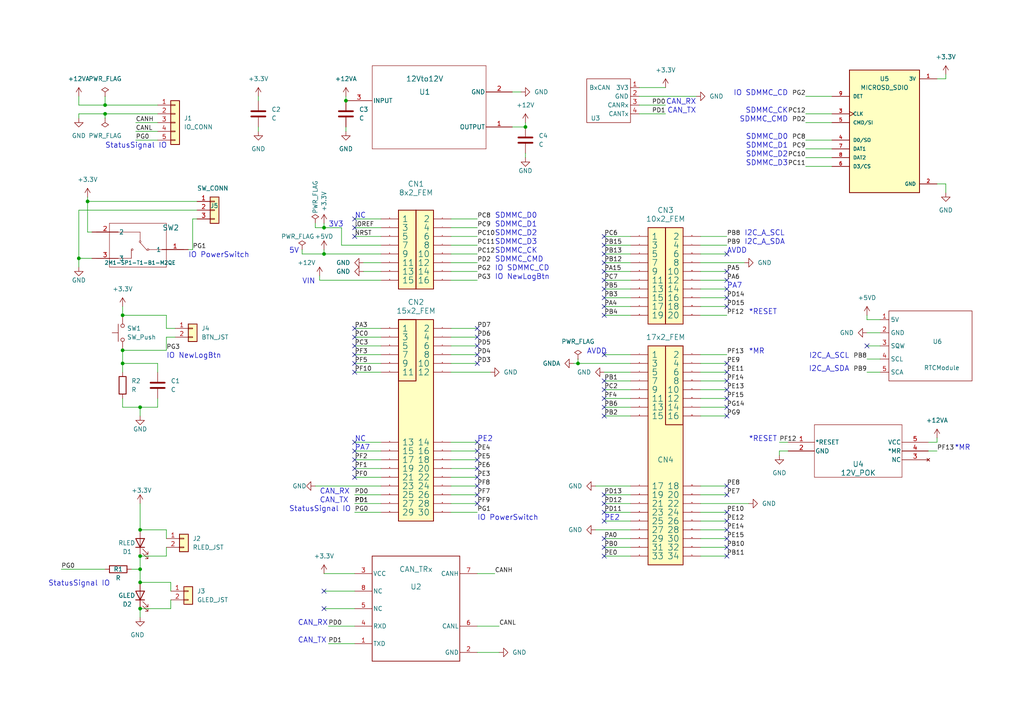
<source format=kicad_sch>
(kicad_sch (version 20230121) (generator eeschema)
  (paper "A4")
  (title_block (title "ENGS 90 CAN Logger PCB") (date "2024-02-12") (rev "1"))
  (lib_symbols
    (symbol "CANRxLib:2M1-SP1-T1-B1-M2QE" (pin_names (offset 0.254))
      (property "Reference" "SW" (at 20.32 10.16 0))
      (property "Value" "2M1-SP1-T1-B1-M2QE" (at 20.32 7.62 0))
      (symbol "2M1-SP1-T1-B1-M2QE_1_1"
        (pin output line (at 6.35 0 0) (length 7.62) (name "1") (number "1"))
        (pin input line (at 34.29 -5.08 180) (length 7.62) (name "2") (number "2"))
        (pin input line (at 34.29 2.54 180) (length 7.62) (name "3") (number "3"))
      )
    )
    (symbol "CANRxLib:BxCAN"
      (property "Reference" "U" (at -5.08 -7.62 0))
      (property "Value" "BxCAN" (at -2.54 1.27 0))
      (symbol "BxCAN_1_1"
        (pin power_in line (at 8.89 1.27 180) (length 2.54) (name "3V3") (number "1"))
        (pin power_in line (at 8.89 -1.27 180) (length 2.54) (name "GND") (number "2"))
        (pin passive line (at 8.89 -3.81 180) (length 2.54) (name "CANRx") (number "3"))
        (pin passive line (at 8.89 -6.35 180) (length 2.54) (name "CANTx") (number "4"))
      )
    )
    (symbol "CANRxLib:LM2940T-5.0_NOPB" (pin_names (offset 0.254))
      (property "Reference" "U" (at 30.48 -1.27 0))
      (property "Value" "LM2940T-5.0/NOPB" (at 30.48 6.35 0))
      (symbol "LM2940T-5.0_NOPB_0_1"
        (pin power_in line (at 55.88 2.54 180) (length 7.62) (name "GND") (number "2"))
      )
      (symbol "LM2940T-5.0_NOPB_1_1"
        (pin power_out line (at 55.88 -7.62 180) (length 7.62) (name "OUTPUT") (number "1"))
        (pin power_in line (at 7.62 0 0) (length 7.62) (name "INPUT") (number "3"))
      )
    )
    (symbol "CANRxLib:MICROSD_SPI_OR_SDIO_CARD" (pin_names (offset 1.016))
      (property "Reference" "U" (at -10.16 18.542 0))
      (property "Value" "MICROSD_SPI_OR_SDIO_CARD" (at -10.16 -20.32 0))
      (symbol "MICROSD_SPI_OR_SDIO_CARD_0_0"
        (pin power_in line (at 15.24 -15.24 180) (length 5.08) (name "GND") (number "2"))
        (pin input clock (at -15.24 5.08 0) (length 5.08) (name "CLK") (number "3"))
        (pin bidirectional line (at -15.24 -2.54 0) (length 5.08) (name "D0/SO") (number "4"))
        (pin bidirectional line (at -15.24 2.54 0) (length 5.08) (name "CMD/SI") (number "5"))
        (pin bidirectional line (at -15.24 -10.16 0) (length 5.08) (name "D3/CS") (number "6"))
        (pin bidirectional line (at -15.24 -5.08 0) (length 5.08) (name "DAT1") (number "7"))
        (pin bidirectional line (at -15.24 -7.62 0) (length 5.08) (name "DAT2") (number "8"))
        (pin input line (at -15.24 10.16 0) (length 5.08) (name "DET") (number "9"))
      )
      (symbol "MICROSD_SPI_OR_SDIO_CARD_1_0"
        (pin power_in line (at 15.24 15.24 180) (length 5.08) (name "3V") (number "1"))
      )
    )
    (symbol "CANRxLib:RTCModule"
      (property "Reference" "U" (at -3.81 -12.7 0))
      (property "Value" "RTCModule" (at -3.81 11.43 0))
      (symbol "RTCModule_1_1"
        (pin power_in line (at -16.51 6.35 0) (length 2.54) (name "5V") (number "1"))
        (pin power_in line (at -16.51 2.54 0) (length 2.54) (name "GND") (number "2"))
        (pin output line (at -16.51 -1.27 0) (length 2.54) (name "SQW") (number "3"))
        (pin input line (at -16.51 -5.08 0) (length 2.54) (name "SCL") (number "4"))
        (pin bidirectional line (at -16.51 -8.89 0) (length 2.54) (name "SCA") (number "5"))
      )
    )
    (symbol "CANRxLib:TCAN332D" (pin_names (offset 0.254))
      (property "Reference" "U" (at 0 2.54 0))
      (property "Value" "TCAN332D" (at 0 6.35 0))
      (symbol "TCAN332D_0_1"
        (pin input line (at -17.78 -10.16 0) (length 5.08) (name "TXD") (number "1"))
        (pin power_in line (at 17.78 -12.7 180) (length 5.08) (name "GND") (number "2"))
        (pin power_in line (at -17.78 10.16 0) (length 5.08) (name "VCC") (number "3"))
        (pin output line (at -17.78 -5.08 0) (length 5.08) (name "RXD") (number "4"))
        (pin unspecified line (at -17.78 0 0) (length 5.08) (name "NC") (number "5"))
        (pin bidirectional line (at 17.78 -5.08 180) (length 5.08) (name "CANL") (number "6"))
        (pin bidirectional line (at 17.78 10.16 180) (length 5.08) (name "CANH") (number "7"))
        (pin unspecified line (at -17.78 5.08 0) (length 5.08) (name "NC") (number "8"))
      )
    )
    (symbol "CANRxLib:TPS3847085DBVT" (pin_names (offset 0.254))
      (property "Reference" "U" (at 20.32 10.16 0))
      (property "Value" "TPS3847085DBVT" (at 20.32 7.62 0))
      (symbol "TPS3847085DBVT_0_1"
        (pin output line (at 0 0 0) (length 7.62) (name "*RESET") (number "1"))
        (pin power_in line (at 0 -2.54 0) (length 7.62) (name "GND") (number "2"))
        (pin no_connect line (at 40.64 -5.08 180) (length 7.62) (name "NC") (number "3"))
        (pin input line (at 40.64 -2.54 180) (length 7.62) (name "*MR") (number "4"))
        (pin power_in line (at 40.64 0 180) (length 7.62) (name "VCC") (number "5"))
      )
    )
    (symbol "Connector_Generic:Conn_01x02" (pin_names (offset 1.016) hide)
      (property "Reference" "J" (at 0 2.54 0))
      (property "Value" "Conn_01x02" (at 0 -5.08 0))
      (symbol "Conn_01x02_1_1"
        (pin passive line (at -5.08 0 0) (length 3.81) (name "Pin_1") (number "1"))
        (pin passive line (at -5.08 -2.54 0) (length 3.81) (name "Pin_2") (number "2"))
      )
    )
    (symbol "Connector_Generic:Conn_01x03" (pin_names (offset 1.016) hide)
      (property "Reference" "J" (at 0 5.08 0))
      (property "Value" "Conn_01x03" (at 0 -5.08 0))
      (symbol "Conn_01x03_1_1"
        (pin passive line (at -5.08 2.54 0) (length 3.81) (name "Pin_1") (number "1"))
        (pin passive line (at -5.08 0 0) (length 3.81) (name "Pin_2") (number "2"))
        (pin passive line (at -5.08 -2.54 0) (length 3.81) (name "Pin_3") (number "3"))
      )
    )
    (symbol "Connector_Generic:Conn_01x05" (pin_names (offset 1.016) hide)
      (property "Reference" "J" (at 0 7.62 0))
      (property "Value" "Conn_01x05" (at 0 -7.62 0))
      (symbol "Conn_01x05_1_1"
        (pin passive line (at -5.08 5.08 0) (length 3.81) (name "Pin_1") (number "1"))
        (pin passive line (at -5.08 2.54 0) (length 3.81) (name "Pin_2") (number "2"))
        (pin passive line (at -5.08 0 0) (length 3.81) (name "Pin_3") (number "3"))
        (pin passive line (at -5.08 -2.54 0) (length 3.81) (name "Pin_4") (number "4"))
        (pin passive line (at -5.08 -5.08 0) (length 3.81) (name "Pin_5") (number "5"))
      )
    )
    (symbol "Device:C" (pin_numbers hide) (pin_names (offset 0.254))
      (property "Reference" "C" (at 0.635 2.54 0))
      (property "Value" "C" (at 0.635 -2.54 0))
      (symbol "C_1_1"
        (pin passive line (at 0 3.81 270) (length 2.794) (name "~") (number "1"))
        (pin passive line (at 0 -3.81 90) (length 2.794) (name "~") (number "2"))
      )
    )
    (symbol "Device:LED" (pin_numbers hide) (pin_names (offset 1.016) hide)
      (property "Reference" "D" (at 0 2.54 0))
      (property "Value" "LED" (at 0 -2.54 0))
      (symbol "LED_1_1"
        (pin passive line (at -3.81 0 0) (length 2.54) (name "K") (number "1"))
        (pin passive line (at 3.81 0 180) (length 2.54) (name "A") (number "2"))
      )
    )
    (symbol "Device:R" (pin_numbers hide) (pin_names (offset 0))
      (property "Reference" "R" (at 2.032 0 90))
      (property "Value" "R" (at 0 0 90))
      (symbol "R_1_1"
        (pin passive line (at 0 3.81 270) (length 1.27) (name "~") (number "1"))
        (pin passive line (at 0 -3.81 90) (length 1.27) (name "~") (number "2"))
      )
    )
    (symbol "STM32Connectors:Header_10X2_Female-" (pin_names (offset 1.016))
      (property "Reference" "CN" (at 0 0 0))
      (property "Value" "Header_10X2_Female" (at 0 -30.48 0))
      (symbol "Header_10X2_Female-_0_1"
        (pin passive line (at -5.08 -2.54 0) (length 5.08) (name "1") (number "1"))
        (pin passive line (at 15.24 -12.7 180) (length 5.08) (name "10") (number "10"))
        (pin passive line (at -5.08 -15.24 0) (length 5.08) (name "11") (number "11"))
        (pin passive line (at 15.24 -15.24 180) (length 5.08) (name "12") (number "12"))
        (pin passive line (at -5.08 -17.78 0) (length 5.08) (name "13") (number "13"))
        (pin passive line (at 15.24 -17.78 180) (length 5.08) (name "14") (number "14"))
        (pin passive line (at -5.08 -20.32 0) (length 5.08) (name "15") (number "15"))
        (pin passive line (at 15.24 -20.32 180) (length 5.08) (name "16") (number "16"))
        (pin passive line (at -5.08 -22.86 0) (length 5.08) (name "17") (number "17"))
        (pin passive line (at 15.24 -22.86 180) (length 5.08) (name "18") (number "18"))
        (pin passive line (at -5.08 -25.4 0) (length 5.08) (name "19") (number "19"))
        (pin passive line (at 15.24 -2.54 180) (length 5.08) (name "2") (number "2"))
        (pin passive line (at 15.24 -25.4 180) (length 5.08) (name "20") (number "20"))
        (pin passive line (at -5.08 -5.08 0) (length 5.08) (name "3") (number "3"))
        (pin passive line (at 15.24 -5.08 180) (length 5.08) (name "4") (number "4"))
        (pin passive line (at -5.08 -7.62 0) (length 5.08) (name "5") (number "5"))
        (pin passive line (at 15.24 -7.62 180) (length 5.08) (name "6") (number "6"))
        (pin passive line (at -5.08 -10.16 0) (length 5.08) (name "7") (number "7"))
        (pin passive line (at 15.24 -10.16 180) (length 5.08) (name "8") (number "8"))
        (pin passive line (at -5.08 -12.7 0) (length 5.08) (name "9") (number "9"))
      )
    )
    (symbol "STM32Connectors:Header_15X2_Female-" (pin_names (offset 1.016))
      (property "Reference" "CN" (at 0 0 0))
      (property "Value" "Header_15X2_Female" (at 0 -60.96 0))
      (symbol "Header_15X2_Female-_0_1"
        (pin passive line (at -5.08 -2.54 0) (length 5.08) (name "1") (number "1"))
        (pin passive line (at 15.24 -12.7 180) (length 5.08) (name "10") (number "10"))
        (pin passive line (at -5.08 -15.24 0) (length 5.08) (name "11") (number "11"))
        (pin passive line (at 15.24 -15.24 180) (length 5.08) (name "12") (number "12"))
        (pin passive line (at -5.08 -35.56 0) (length 5.08) (name "13") (number "13"))
        (pin passive line (at 15.24 -35.56 180) (length 5.08) (name "14") (number "14"))
        (pin passive line (at -5.08 -38.1 0) (length 5.08) (name "15") (number "15"))
        (pin passive line (at 15.24 -38.1 180) (length 5.08) (name "16") (number "16"))
        (pin passive line (at -5.08 -40.64 0) (length 5.08) (name "17") (number "17"))
        (pin passive line (at 15.24 -40.64 180) (length 5.08) (name "18") (number "18"))
        (pin passive line (at -5.08 -43.18 0) (length 5.08) (name "19") (number "19"))
        (pin passive line (at 15.24 -2.54 180) (length 5.08) (name "2") (number "2"))
        (pin passive line (at 15.24 -43.18 180) (length 5.08) (name "20") (number "20"))
        (pin passive line (at -5.08 -45.72 0) (length 5.08) (name "21") (number "21"))
        (pin passive line (at 15.24 -45.72 180) (length 5.08) (name "22") (number "22"))
        (pin passive line (at -5.08 -48.26 0) (length 5.08) (name "23") (number "23"))
        (pin passive line (at 15.24 -48.26 180) (length 5.08) (name "24") (number "24"))
        (pin passive line (at -5.08 -50.8 0) (length 5.08) (name "25") (number "25"))
        (pin passive line (at 15.24 -50.8 180) (length 5.08) (name "26") (number "26"))
        (pin passive line (at -5.08 -53.34 0) (length 5.08) (name "27") (number "27"))
        (pin passive line (at 15.24 -53.34 180) (length 5.08) (name "28") (number "28"))
        (pin passive line (at -5.08 -55.88 0) (length 5.08) (name "29") (number "29"))
        (pin passive line (at -5.08 -5.08 0) (length 5.08) (name "3") (number "3"))
        (pin passive line (at 15.24 -55.88 180) (length 5.08) (name "30") (number "30"))
        (pin passive line (at 15.24 -5.08 180) (length 5.08) (name "4") (number "4"))
        (pin passive line (at -5.08 -7.62 0) (length 5.08) (name "5") (number "5"))
        (pin passive line (at 15.24 -7.62 180) (length 5.08) (name "6") (number "6"))
        (pin passive line (at -5.08 -10.16 0) (length 5.08) (name "7") (number "7"))
        (pin passive line (at 15.24 -10.16 180) (length 5.08) (name "8") (number "8"))
        (pin passive line (at -5.08 -12.7 0) (length 5.08) (name "9") (number "9"))
      )
    )
    (symbol "STM32Connectors:Header_17X2_Female-" (pin_names (offset 1.016))
      (property "Reference" "CN" (at 0 0 0))
      (property "Value" "Header_17X2_Female" (at 0 -66.04 0))
      (symbol "Header_17X2_Female-_0_1"
        (pin passive line (at -5.08 -2.54 0) (length 5.08) (name "1") (number "1"))
        (pin passive line (at 15.24 -12.7 180) (length 5.08) (name "10") (number "10"))
        (pin passive line (at -5.08 -15.24 0) (length 5.08) (name "11") (number "11"))
        (pin passive line (at 15.24 -15.24 180) (length 5.08) (name "12") (number "12"))
        (pin passive line (at -5.08 -17.78 0) (length 5.08) (name "13") (number "13"))
        (pin passive line (at 15.24 -17.78 180) (length 5.08) (name "14") (number "14"))
        (pin passive line (at -5.08 -20.32 0) (length 5.08) (name "15") (number "15"))
        (pin passive line (at 15.24 -20.32 180) (length 5.08) (name "16") (number "16"))
        (pin passive line (at -5.08 -40.64 0) (length 5.08) (name "17") (number "17"))
        (pin passive line (at 15.24 -40.64 180) (length 5.08) (name "18") (number "18"))
        (pin passive line (at -5.08 -43.18 0) (length 5.08) (name "19") (number "19"))
        (pin passive line (at 15.24 -2.54 180) (length 5.08) (name "2") (number "2"))
        (pin passive line (at 15.24 -43.18 180) (length 5.08) (name "20") (number "20"))
        (pin passive line (at -5.08 -45.72 0) (length 5.08) (name "21") (number "21"))
        (pin passive line (at 15.24 -45.72 180) (length 5.08) (name "22") (number "22"))
        (pin passive line (at -5.08 -48.26 0) (length 5.08) (name "23") (number "23"))
        (pin passive line (at 15.24 -48.26 180) (length 5.08) (name "24") (number "24"))
        (pin passive line (at -5.08 -50.8 0) (length 5.08) (name "25") (number "25"))
        (pin passive line (at 15.24 -50.8 180) (length 5.08) (name "26") (number "26"))
        (pin passive line (at -5.08 -53.34 0) (length 5.08) (name "27") (number "27"))
        (pin passive line (at 15.24 -53.34 180) (length 5.08) (name "28") (number "28"))
        (pin passive line (at -5.08 -55.88 0) (length 5.08) (name "29") (number "29"))
        (pin passive line (at -5.08 -5.08 0) (length 5.08) (name "3") (number "3"))
        (pin passive line (at 15.24 -55.88 180) (length 5.08) (name "30") (number "30"))
        (pin passive line (at -5.08 -58.42 0) (length 5.08) (name "31") (number "31"))
        (pin passive line (at 15.24 -58.42 180) (length 5.08) (name "32") (number "32"))
        (pin passive line (at -5.08 -60.96 0) (length 5.08) (name "33") (number "33"))
        (pin passive line (at 15.24 -60.96 180) (length 5.08) (name "34") (number "34"))
        (pin passive line (at 15.24 -5.08 180) (length 5.08) (name "4") (number "4"))
        (pin passive line (at -5.08 -7.62 0) (length 5.08) (name "5") (number "5"))
        (pin passive line (at 15.24 -7.62 180) (length 5.08) (name "6") (number "6"))
        (pin passive line (at -5.08 -10.16 0) (length 5.08) (name "7") (number "7"))
        (pin passive line (at 15.24 -10.16 180) (length 5.08) (name "8") (number "8"))
        (pin passive line (at -5.08 -12.7 0) (length 5.08) (name "9") (number "9"))
      )
    )
    (symbol "STM32Connectors:Header_8X2_Female-" (pin_names (offset 1.016))
      (property "Reference" "CN" (at 0 0 0))
      (property "Value" "Header_8X2_Female" (at 0 -25.4 0))
      (symbol "Header_8X2_Female-_0_1"
        (pin passive line (at -5.08 -2.54 0) (length 5.08) (name "1") (number "1"))
        (pin passive line (at 15.24 -12.7 180) (length 5.08) (name "10") (number "10"))
        (pin passive line (at -5.08 -15.24 0) (length 5.08) (name "11") (number "11"))
        (pin passive line (at 15.24 -15.24 180) (length 5.08) (name "12") (number "12"))
        (pin passive line (at -5.08 -17.78 0) (length 5.08) (name "13") (number "13"))
        (pin passive line (at 15.24 -17.78 180) (length 5.08) (name "14") (number "14"))
        (pin passive line (at -5.08 -20.32 0) (length 5.08) (name "15") (number "15"))
        (pin passive line (at 15.24 -20.32 180) (length 5.08) (name "16") (number "16"))
        (pin passive line (at 15.24 -2.54 180) (length 5.08) (name "2") (number "2"))
        (pin passive line (at -5.08 -5.08 0) (length 5.08) (name "3") (number "3"))
        (pin passive line (at 15.24 -5.08 180) (length 5.08) (name "4") (number "4"))
        (pin passive line (at -5.08 -7.62 0) (length 5.08) (name "5") (number "5"))
        (pin passive line (at 15.24 -7.62 180) (length 5.08) (name "6") (number "6"))
        (pin passive line (at -5.08 -10.16 0) (length 5.08) (name "7") (number "7"))
        (pin passive line (at 15.24 -10.16 180) (length 5.08) (name "8") (number "8"))
        (pin passive line (at -5.08 -12.7 0) (length 5.08) (name "9") (number "9"))
      )
    )
    (symbol "Switch:SW_Push" (pin_numbers hide) (pin_names (offset 1.016) hide)
      (property "Reference" "SW" (at 1.27 2.54 0))
      (property "Value" "SW_Push" (at 0 -1.524 0))
      (symbol "SW_Push_0_1"
        (pin passive line (at -5.08 0 0) (length 2.54) (name "1") (number "1"))
        (pin passive line (at 5.08 0 180) (length 2.54) (name "2") (number "2"))
      )
    )
    (symbol "power:+12V" (power) (pin_names (offset 0))
      (property "Value" "+12V" (at 0 3.556 0))
      (symbol "+12V_1_1"
        (pin power_in line (at 0 0 90) (length 0) hide (name "+12V") (number "1"))
      )
    )
    (symbol "power:+12VA" (power) (pin_names (offset 0))
      (property "Value" "+12VA" (at 0 3.556 0))
      (symbol "+12VA_1_1"
        (pin power_in line (at 0 0 90) (length 0) hide (name "+12VA") (number "1"))
      )
    )
    (symbol "power:+3.3V" (power) (pin_names (offset 0))
      (property "Value" "+3.3V" (at 0 3.556 0))
      (symbol "+3.3V_1_1"
        (pin power_in line (at 0 0 90) (length 0) hide (name "+3.3V") (number "1"))
      )
    )
    (symbol "power:+5VD" (power) (pin_names (offset 0))
      (property "Value" "+5VD" (at 0 3.556 0))
      (symbol "+5VD_1_1"
        (pin power_in line (at 0 0 90) (length 0) hide (name "+5VD") (number "1"))
      )
    )
    (symbol "power:GND" (power) (pin_names (offset 0))
      (property "Value" "GND" (at 0 -3.81 0))
      (symbol "GND_1_1"
        (pin power_in line (at 0 0 270) (length 0) hide (name "GND") (number "1"))
      )
    )
    (symbol "power:GNDA" (power) (pin_names (offset 0))
      (property "Value" "GNDA" (at 0 -3.81 0))
      (symbol "GNDA_1_1"
        (pin power_in line (at 0 0 270) (length 0) hide (name "GNDA") (number "1"))
      )
    )
    (symbol "power:PWR_FLAG" (power) (pin_numbers hide) (pin_names (offset 0) hide)
      (property "Value" "PWR_FLAG" (at 0 3.81 0))
      (symbol "PWR_FLAG_0_0"
        (pin power_out line (at 0 0 90) (length 0) (name "pwr") (number "1"))
      )
    )
  )
  (junction (at 93.98 66.04))
  (junction (at 30.48 33.02))
  (junction (at 40.64 168.91))
  (junction (at 22.86 74.93))
  (junction (at 93.98 73.66))
  (junction (at 25.4 58.42))
  (junction (at 40.64 118.11))
  (junction (at 30.48 30.48))
  (junction (at 167.64 105.41))
  (junction (at 152.4 36.83))
  (junction (at 35.56 105.41))
  (junction (at 35.56 101.6))
  (junction (at 100.33 29.21))
  (junction (at 40.64 165.1))
  (junction (at 40.64 161.29))
  (junction (at 40.64 176.53))
  (junction (at 35.56 91.44))
  (junction (at 40.64 153.67))
  (no_connect (at 210.82 148.59))
  (no_connect (at 210.82 151.13))
  (no_connect (at 210.82 120.65))
  (no_connect (at 175.26 161.29))
  (no_connect (at 102.87 133.35))
  (no_connect (at 210.82 140.97))
  (no_connect (at 175.26 143.51))
  (no_connect (at 175.26 71.12))
  (no_connect (at 138.43 97.79))
  (no_connect (at 175.26 148.59))
  (no_connect (at 210.82 143.51))
  (no_connect (at 175.26 110.49))
  (no_connect (at 175.26 76.2))
  (no_connect (at 210.82 83.82))
  (no_connect (at 102.87 68.58))
  (no_connect (at 138.43 143.51))
  (no_connect (at 138.43 133.35))
  (no_connect (at 138.43 105.41))
  (no_connect (at 210.82 73.66))
  (no_connect (at 175.26 78.74))
  (no_connect (at 102.87 102.87))
  (no_connect (at 138.43 102.87))
  (no_connect (at 210.82 86.36))
  (no_connect (at 102.87 138.43))
  (no_connect (at 138.43 138.43))
  (no_connect (at 102.87 66.04))
  (no_connect (at 175.26 156.21))
  (no_connect (at 210.82 78.74))
  (no_connect (at 210.82 113.03))
  (no_connect (at 175.26 120.65))
  (no_connect (at 251.46 100.33))
  (no_connect (at 102.87 128.27))
  (no_connect (at 175.26 146.05))
  (no_connect (at 102.87 130.81))
  (no_connect (at 175.26 86.36))
  (no_connect (at 102.87 63.5))
  (no_connect (at 210.82 110.49))
  (no_connect (at 138.43 95.25))
  (no_connect (at 175.26 118.11))
  (no_connect (at 175.26 83.82))
  (no_connect (at 138.43 130.81))
  (no_connect (at 175.26 73.66))
  (no_connect (at 210.82 156.21))
  (no_connect (at 210.82 105.41))
  (no_connect (at 210.82 115.57))
  (no_connect (at 175.26 91.44))
  (no_connect (at 210.82 88.9))
  (no_connect (at 138.43 140.97))
  (no_connect (at 102.87 95.25))
  (no_connect (at 210.82 158.75))
  (no_connect (at 210.82 107.95))
  (no_connect (at 175.26 113.03))
  (no_connect (at 175.26 81.28))
  (no_connect (at 138.43 135.89))
  (no_connect (at 210.82 161.29))
  (no_connect (at 138.43 128.27))
  (no_connect (at 210.82 81.28))
  (no_connect (at 175.26 102.87))
  (no_connect (at 102.87 100.33))
  (no_connect (at 175.26 151.13))
  (no_connect (at 102.87 97.79))
  (no_connect (at 93.98 171.45))
  (no_connect (at 210.82 118.11))
  (no_connect (at 175.26 68.58))
  (no_connect (at 102.87 105.41))
  (no_connect (at 138.43 146.05))
  (no_connect (at 175.26 115.57))
  (no_connect (at 102.87 107.95))
  (no_connect (at 138.43 100.33))
  (no_connect (at 210.82 153.67))
  (no_connect (at 102.87 135.89))
  (no_connect (at 175.26 158.75))
  (no_connect (at 93.98 176.53))
  (no_connect (at 175.26 88.9))
  (wire (pts (xy 102.87 130.81) (xy 110.49 130.81)))
  (wire (pts (xy 105.41 76.2) (xy 110.49 76.2)))
  (wire (pts (xy 203.2 83.82) (xy 210.82 83.82)))
  (wire (pts (xy 251.46 92.71) (xy 251.46 91.44)))
  (wire (pts (xy 91.44 66.04) (xy 93.98 66.04)))
  (wire (pts (xy 251.46 96.52) (xy 255.27 96.52)))
  (wire (pts (xy 130.81 143.51) (xy 138.43 143.51)))
  (wire (pts (xy 102.87 138.43) (xy 110.49 138.43)))
  (wire (pts (xy 35.56 107.95) (xy 35.56 105.41)))
  (wire (pts (xy 175.26 88.9) (xy 182.88 88.9)))
  (wire (pts (xy 102.87 107.95) (xy 110.49 107.95)))
  (wire (pts (xy 148.59 26.67) (xy 151.13 26.67)))
  (wire (pts (xy 203.2 143.51) (xy 210.82 143.51)))
  (wire (pts (xy 241.3 40.64) (xy 233.68 40.64)))
  (wire (pts (xy 30.48 33.02) (xy 45.72 33.02)))
  (wire (pts (xy 40.64 118.11) (xy 45.72 118.11)))
  (wire (pts (xy 175.26 148.59) (xy 182.88 148.59)))
  (wire (pts (xy 102.87 63.5) (xy 110.49 63.5)))
  (wire (pts (xy 93.98 176.53) (xy 102.87 176.53)))
  (wire (pts (xy 35.56 101.6) (xy 48.26 101.6)))
  (wire (pts (xy 241.3 43.18) (xy 233.68 43.18)))
  (wire (pts (xy 203.2 148.59) (xy 210.82 148.59)))
  (wire (pts (xy 152.4 35.56) (xy 152.4 36.83)))
  (wire (pts (xy 203.2 113.03) (xy 210.82 113.03)))
  (wire (pts (xy 93.98 64.77) (xy 93.98 66.04)))
  (wire (pts (xy 144.78 181.61) (xy 138.43 181.61)))
  (wire (pts (xy 102.87 148.59) (xy 110.49 148.59)))
  (wire (pts (xy 203.2 118.11) (xy 210.82 118.11)))
  (wire (pts (xy 255.27 104.14) (xy 251.46 104.14)))
  (wire (pts (xy 203.2 110.49) (xy 210.82 110.49)))
  (wire (pts (xy 40.64 146.05) (xy 40.64 153.67)))
  (wire (pts (xy 166.37 105.41) (xy 167.64 105.41)))
  (wire (pts (xy 203.2 153.67) (xy 210.82 153.67)))
  (wire (pts (xy 40.64 176.53) (xy 49.53 176.53)))
  (wire (pts (xy 91.44 140.97) (xy 110.49 140.97)))
  (wire (pts (xy 48.26 95.25) (xy 48.26 91.44)))
  (wire (pts (xy 49.53 176.53) (xy 49.53 173.99)))
  (wire (pts (xy 102.87 133.35) (xy 110.49 133.35)))
  (wire (pts (xy 175.26 110.49) (xy 182.88 110.49)))
  (wire (pts (xy 130.81 68.58) (xy 138.43 68.58)))
  (wire (pts (xy 39.37 38.1) (xy 45.72 38.1)))
  (wire (pts (xy 175.26 151.13) (xy 182.88 151.13)))
  (wire (pts (xy 49.53 168.91) (xy 40.64 168.91)))
  (wire (pts (xy 102.87 128.27) (xy 110.49 128.27)))
  (wire (pts (xy 25.4 67.31) (xy 26.67 67.31)))
  (wire (pts (xy 130.81 81.28) (xy 138.43 81.28)))
  (wire (pts (xy 193.04 30.48) (xy 185.42 30.48)))
  (wire (pts (xy 175.26 73.66) (xy 182.88 73.66)))
  (wire (pts (xy 102.87 143.51) (xy 110.49 143.51)))
  (wire (pts (xy 251.46 107.95) (xy 255.27 107.95)))
  (wire (pts (xy 274.32 21.59) (xy 274.32 22.86)))
  (wire (pts (xy 175.26 78.74) (xy 182.88 78.74)))
  (wire (pts (xy 130.81 138.43) (xy 138.43 138.43)))
  (wire (pts (xy 102.87 146.05) (xy 110.49 146.05)))
  (wire (pts (xy 130.81 95.25) (xy 138.43 95.25)))
  (wire (pts (xy 48.26 97.79) (xy 48.26 101.6)))
  (wire (pts (xy 203.2 76.2) (xy 215.9 76.2)))
  (wire (pts (xy 241.3 35.56) (xy 233.68 35.56)))
  (wire (pts (xy 22.86 74.93) (xy 26.67 74.93)))
  (wire (pts (xy 203.2 91.44) (xy 210.82 91.44)))
  (wire (pts (xy 30.48 30.48) (xy 45.72 30.48)))
  (wire (pts (xy 152.4 36.83) (xy 148.59 36.83)))
  (wire (pts (xy 40.64 153.67) (xy 48.26 153.67)))
  (wire (pts (xy 172.72 140.97) (xy 182.88 140.97)))
  (wire (pts (xy 93.98 171.45) (xy 102.87 171.45)))
  (wire (pts (xy 38.1 165.1) (xy 40.64 165.1)))
  (wire (pts (xy 241.3 27.94) (xy 233.68 27.94)))
  (wire (pts (xy 87.63 73.66) (xy 87.63 72.39)))
  (wire (pts (xy 175.26 113.03) (xy 182.88 113.03)))
  (wire (pts (xy 92.71 81.28) (xy 110.49 81.28)))
  (wire (pts (xy 226.06 128.27) (xy 228.6 128.27)))
  (wire (pts (xy 45.72 118.11) (xy 45.72 115.57)))
  (wire (pts (xy 130.81 130.81) (xy 138.43 130.81)))
  (wire (pts (xy 201.93 27.94) (xy 185.42 27.94)))
  (wire (pts (xy 93.98 73.66) (xy 110.49 73.66)))
  (wire (pts (xy 226.06 130.81) (xy 228.6 130.81)))
  (wire (pts (xy 95.25 181.61) (xy 102.87 181.61)))
  (wire (pts (xy 175.26 143.51) (xy 182.88 143.51)))
  (wire (pts (xy 48.26 91.44) (xy 35.56 91.44)))
  (wire (pts (xy 130.81 107.95) (xy 142.24 107.95)))
  (wire (pts (xy 102.87 95.25) (xy 110.49 95.25)))
  (wire (pts (xy 130.81 102.87) (xy 138.43 102.87)))
  (wire (pts (xy 172.72 153.67) (xy 182.88 153.67)))
  (wire (pts (xy 203.2 151.13) (xy 210.82 151.13)))
  (wire (pts (xy 25.4 67.31) (xy 25.4 58.42)))
  (wire (pts (xy 39.37 40.64) (xy 45.72 40.64)))
  (wire (pts (xy 102.87 68.58) (xy 110.49 68.58)))
  (wire (pts (xy 100.33 27.94) (xy 100.33 29.21)))
  (wire (pts (xy 274.32 55.88) (xy 274.32 53.34)))
  (wire (pts (xy 130.81 71.12) (xy 138.43 71.12)))
  (wire (pts (xy 35.56 88.9) (xy 35.56 91.44)))
  (wire (pts (xy 130.81 73.66) (xy 138.43 73.66)))
  (wire (pts (xy 22.86 27.94) (xy 22.86 30.48)))
  (wire (pts (xy 203.2 71.12) (xy 210.82 71.12)))
  (wire (pts (xy 175.26 83.82) (xy 182.88 83.82)))
  (wire (pts (xy 175.26 76.2) (xy 182.88 76.2)))
  (wire (pts (xy 203.2 88.9) (xy 210.82 88.9)))
  (wire (pts (xy 175.26 81.28) (xy 182.88 81.28)))
  (wire (pts (xy 48.26 161.29) (xy 40.64 161.29)))
  (wire (pts (xy 241.3 45.72) (xy 233.68 45.72)))
  (wire (pts (xy 74.93 27.94) (xy 74.93 29.21)))
  (wire (pts (xy 39.37 35.56) (xy 45.72 35.56)))
  (wire (pts (xy 203.2 140.97) (xy 210.82 140.97)))
  (wire (pts (xy 50.8 95.25) (xy 48.26 95.25)))
  (wire (pts (xy 49.53 171.45) (xy 49.53 168.91)))
  (wire (pts (xy 251.46 92.71) (xy 255.27 92.71)))
  (wire (pts (xy 102.87 135.89) (xy 110.49 135.89)))
  (wire (pts (xy 193.04 33.02) (xy 185.42 33.02)))
  (wire (pts (xy 271.78 22.86) (xy 274.32 22.86)))
  (wire (pts (xy 175.26 71.12) (xy 182.88 71.12)))
  (wire (pts (xy 175.26 68.58) (xy 182.88 68.58)))
  (wire (pts (xy 130.81 135.89) (xy 138.43 135.89)))
  (wire (pts (xy 74.93 36.83) (xy 74.93 38.1)))
  (wire (pts (xy 203.2 86.36) (xy 210.82 86.36)))
  (wire (pts (xy 203.2 68.58) (xy 210.82 68.58)))
  (wire (pts (xy 203.2 107.95) (xy 210.82 107.95)))
  (wire (pts (xy 271.78 128.27) (xy 269.24 128.27)))
  (wire (pts (xy 40.64 118.11) (xy 40.64 120.65)))
  (wire (pts (xy 271.78 130.81) (xy 269.24 130.81)))
  (wire (pts (xy 175.26 158.75) (xy 182.88 158.75)))
  (wire (pts (xy 203.2 81.28) (xy 210.82 81.28)))
  (wire (pts (xy 55.88 63.5) (xy 57.15 63.5)))
  (wire (pts (xy 48.26 158.75) (xy 48.26 161.29)))
  (wire (pts (xy 203.2 115.57) (xy 210.82 115.57)))
  (wire (pts (xy 143.51 166.37) (xy 138.43 166.37)))
  (wire (pts (xy 130.81 128.27) (xy 138.43 128.27)))
  (wire (pts (xy 175.26 118.11) (xy 182.88 118.11)))
  (wire (pts (xy 203.2 158.75) (xy 210.82 158.75)))
  (wire (pts (xy 25.4 57.15) (xy 25.4 58.42)))
  (wire (pts (xy 175.26 161.29) (xy 182.88 161.29)))
  (wire (pts (xy 175.26 120.65) (xy 182.88 120.65)))
  (wire (pts (xy 22.86 30.48) (xy 30.48 30.48)))
  (wire (pts (xy 241.3 48.26) (xy 233.68 48.26)))
  (wire (pts (xy 91.44 66.04) (xy 91.44 64.77)))
  (wire (pts (xy 35.56 101.6) (xy 35.56 105.41)))
  (wire (pts (xy 55.88 63.5) (xy 55.88 72.39)))
  (wire (pts (xy 255.27 100.33) (xy 251.46 100.33)))
  (wire (pts (xy 130.81 76.2) (xy 138.43 76.2)))
  (wire (pts (xy 50.8 97.79) (xy 48.26 97.79)))
  (wire (pts (xy 203.2 156.21) (xy 210.82 156.21)))
  (wire (pts (xy 93.98 66.04) (xy 99.06 66.04)))
  (wire (pts (xy 271.78 127) (xy 271.78 128.27)))
  (wire (pts (xy 95.25 186.69) (xy 102.87 186.69)))
  (wire (pts (xy 175.26 102.87) (xy 182.88 102.87)))
  (wire (pts (xy 17.78 165.1) (xy 30.48 165.1)))
  (wire (pts (xy 130.81 66.04) (xy 138.43 66.04)))
  (wire (pts (xy 87.63 73.66) (xy 93.98 73.66)))
  (wire (pts (xy 203.2 120.65) (xy 210.82 120.65)))
  (wire (pts (xy 92.71 80.01) (xy 92.71 81.28)))
  (wire (pts (xy 45.72 105.41) (xy 45.72 107.95)))
  (wire (pts (xy 130.81 78.74) (xy 138.43 78.74)))
  (wire (pts (xy 130.81 140.97) (xy 138.43 140.97)))
  (wire (pts (xy 144.78 189.23) (xy 138.43 189.23)))
  (wire (pts (xy 22.86 33.02) (xy 22.86 34.29)))
  (wire (pts (xy 102.87 66.04) (xy 110.49 66.04)))
  (wire (pts (xy 102.87 105.41) (xy 110.49 105.41)))
  (wire (pts (xy 175.26 156.21) (xy 182.88 156.21)))
  (wire (pts (xy 35.56 105.41) (xy 45.72 105.41)))
  (wire (pts (xy 130.81 97.79) (xy 138.43 97.79)))
  (wire (pts (xy 130.81 148.59) (xy 138.43 148.59)))
  (wire (pts (xy 54.61 72.39) (xy 55.88 72.39)))
  (wire (pts (xy 203.2 161.29) (xy 210.82 161.29)))
  (wire (pts (xy 167.64 105.41) (xy 182.88 105.41)))
  (wire (pts (xy 274.32 53.34) (xy 271.78 53.34)))
  (wire (pts (xy 130.81 133.35) (xy 138.43 133.35)))
  (wire (pts (xy 130.81 146.05) (xy 138.43 146.05)))
  (wire (pts (xy 175.26 107.95) (xy 182.88 107.95)))
  (wire (pts (xy 203.2 105.41) (xy 210.82 105.41)))
  (wire (pts (xy 241.3 33.02) (xy 233.68 33.02)))
  (wire (pts (xy 93.98 73.66) (xy 93.98 72.39)))
  (wire (pts (xy 175.26 86.36) (xy 182.88 86.36)))
  (wire (pts (xy 40.64 168.91) (xy 40.64 165.1)))
  (wire (pts (xy 22.86 77.47) (xy 22.86 74.93)))
  (wire (pts (xy 175.26 146.05) (xy 182.88 146.05)))
  (wire (pts (xy 210.82 73.66) (xy 203.2 73.66)))
  (wire (pts (xy 30.48 27.94) (xy 30.48 30.48)))
  (wire (pts (xy 167.64 104.14) (xy 167.64 105.41)))
  (wire (pts (xy 40.64 161.29) (xy 40.64 165.1)))
  (wire (pts (xy 203.2 78.74) (xy 210.82 78.74)))
  (wire (pts (xy 25.4 58.42) (xy 57.15 58.42)))
  (wire (pts (xy 105.41 78.74) (xy 110.49 78.74)))
  (wire (pts (xy 203.2 146.05) (xy 217.17 146.05)))
  (wire (pts (xy 175.26 115.57) (xy 182.88 115.57)))
  (wire (pts (xy 30.48 34.29) (xy 30.48 33.02)))
  (wire (pts (xy 22.86 60.96) (xy 57.15 60.96)))
  (wire (pts (xy 226.06 132.08) (xy 226.06 130.81)))
  (wire (pts (xy 93.98 166.37) (xy 102.87 166.37)))
  (wire (pts (xy 130.81 100.33) (xy 138.43 100.33)))
  (wire (pts (xy 99.06 71.12) (xy 110.49 71.12)))
  (wire (pts (xy 30.48 33.02) (xy 22.86 33.02)))
  (wire (pts (xy 102.87 100.33) (xy 110.49 100.33)))
  (wire (pts (xy 152.4 45.72) (xy 152.4 44.45)))
  (wire (pts (xy 130.81 63.5) (xy 138.43 63.5)))
  (wire (pts (xy 100.33 36.83) (xy 100.33 38.1)))
  (wire (pts (xy 99.06 66.04) (xy 99.06 71.12)))
  (wire (pts (xy 130.81 105.41) (xy 138.43 105.41)))
  (wire (pts (xy 102.87 97.79) (xy 110.49 97.79)))
  (wire (pts (xy 175.26 91.44) (xy 182.88 91.44)))
  (wire (pts (xy 102.87 102.87) (xy 110.49 102.87)))
  (wire (pts (xy 193.04 25.4) (xy 185.42 25.4)))
  (wire (pts (xy 40.64 176.53) (xy 40.64 179.07)))
  (wire (pts (xy 203.2 102.87) (xy 210.82 102.87)))
  (wire (pts (xy 48.26 153.67) (xy 48.26 156.21)))
  (wire (pts (xy 35.56 118.11) (xy 40.64 118.11)))
  (wire (pts (xy 35.56 118.11) (xy 35.56 115.57)))
  (wire (pts (xy 22.86 60.96) (xy 22.86 74.93)))
  (text "CAN_RX" (at 92.71 143.51 0) (effects (font (size 1.524 1.524)) (justify left bottom)))
  (text "*RESET" (at 217.17 91.44 0) (effects (font (size 1.524 1.524)) (justify left bottom)))
  (text "CAN_TX" (at 92.71 146.05 0) (effects (font (size 1.524 1.524)) (justify left bottom)))
  (text "SDMMC_D0" (at 143.51 63.5 0) (effects (font (size 1.524 1.524)) (justify left bottom)))
  (text "SDMMC_D1" (at 228.6 43.18 0) (effects (font (size 1.524 1.524)) (justify right bottom)))
  (text "SDMMC_D3" (at 228.6 48.26 0) (effects (font (size 1.524 1.524)) (justify right bottom)))
  (text "PE2" (at 138.43 128.27 0) (effects (font (size 1.524 1.524)) (justify left bottom)))
  (text "I2C_A_SDA" (at 215.9 71.12 0) (effects (font (size 1.524 1.524)) (justify left bottom)))
  (text "CAN_RX" (at 201.93 30.48 0) (effects (font (size 1.524 1.524)) (justify right bottom)))
  (text "IO PowerSwitch" (at 54.61 74.93 0) (effects (font (size 1.524 1.524)) (justify left bottom)))
  (text "SDMMC_CMD" (at 143.51 76.2 0) (effects (font (size 1.524 1.524)) (justify left bottom)))
  (text "StatusSignal IO" (at 30.48 43.18 0) (effects (font (size 1.524 1.524)) (justify left bottom)))
  (text "SDMMC_CK" (at 228.6 33.02 0) (effects (font (size 1.524 1.524)) (justify right bottom)))
  (text "I2C_A_SCL" (at 215.9 68.58 0) (effects (font (size 1.524 1.524)) (justify left bottom)))
  (text "AVDD" (at 170.18 102.87 0) (effects (font (size 1.524 1.524)) (justify left bottom)))
  (text "PA7" (at 102.87 130.81 0) (effects (font (size 1.524 1.524)) (justify left bottom)))
  (text "I2C_A_SCL" (at 246.38 104.14 0) (effects (font (size 1.524 1.524)) (justify right bottom)))
  (text "StatusSignal IO" (at 13.97 170.18 0) (effects (font (size 1.524 1.524)) (justify left bottom)))
  (text "NC" (at 102.87 63.5 0) (effects (font (size 1.524 1.524)) (justify left bottom)))
  (text "SDMMC_D3" (at 143.51 71.12 0) (effects (font (size 1.524 1.524)) (justify left bottom)))
  (text "CAN_RX" (at 86.36 181.61 0) (effects (font (size 1.524 1.524)) (justify left bottom)))
  (text "SDMMC_D1" (at 143.51 66.04 0) (effects (font (size 1.524 1.524)) (justify left bottom)))
  (text "SDMMC_D2" (at 228.6 45.72 0) (effects (font (size 1.524 1.524)) (justify right bottom)))
  (text "PA7" (at 210.82 83.82 0) (effects (font (size 1.524 1.524)) (justify left bottom)))
  (text "IO PowerSwitch" (at 138.43 151.13 0) (effects (font (size 1.524 1.524)) (justify left bottom)))
  (text "PE2" (at 175.26 151.13 0) (effects (font (size 1.524 1.524)) (justify left bottom)))
  (text "*MR" (at 276.86 130.81 0) (effects (font (size 1.524 1.524)) (justify left bottom)))
  (text "I2C_A_SDA" (at 246.38 107.95 0) (effects (font (size 1.524 1.524)) (justify right bottom)))
  (text "*RESET" (at 217.17 128.27 0) (effects (font (size 1.524 1.524)) (justify left bottom)))
  (text "SDMMC_D2" (at 143.51 68.58 0) (effects (font (size 1.524 1.524)) (justify left bottom)))
  (text "StatusSignal IO" (at 83.82 148.59 0) (effects (font (size 1.524 1.524)) (justify left bottom)))
  (text "SDMMC_CMD" (at 228.6 35.56 0) (effects (font (size 1.524 1.524)) (justify right bottom)))
  (text "IO NewLogBtn" (at 48.26 104.14 0) (effects (font (size 1.524 1.524)) (justify left bottom)))
  (text "NC" (at 102.87 128.27 0) (effects (font (size 1.524 1.524)) (justify left bottom)))
  (text "CAN_TX" (at 201.93 33.02 0) (effects (font (size 1.524 1.524)) (justify right bottom)))
  (text "SDMMC_D0" (at 228.6 40.64 0) (effects (font (size 1.524 1.524)) (justify right bottom)))
  (text "IO NewLogBtn" (at 143.51 81.28 0) (effects (font (size 1.524 1.524)) (justify left bottom)))
  (text "IO SDMMC_CD" (at 143.51 78.74 0) (effects (font (size 1.524 1.524)) (justify left bottom)))
  (text "3V3" (at 95.25 66.04 0) (effects (font (size 1.524 1.524)) (justify left bottom)))
  (text "SDMMC_CK" (at 143.51 73.66 0) (effects (font (size 1.524 1.524)) (justify left bottom)))
  (text "AVDD" (at 210.82 73.66 0) (effects (font (size 1.524 1.524)) (justify left bottom)))
  (text "*MR" (at 217.17 102.87 0) (effects (font (size 1.524 1.524)) (justify left bottom)))
  (text "VIN" (at 87.63 82.55 0) (effects (font (size 1.524 1.524)) (justify left bottom)))
  (text "5V" (at 83.82 73.66 0) (effects (font (size 1.524 1.524)) (justify left bottom)))
  (text "IO SDMMC_CD" (at 228.6 27.94 0) (effects (font (size 1.524 1.524)) (justify right bottom)))
  (text "CAN_TX" (at 86.36 186.69 0) (effects (font (size 1.524 1.524)) (justify left bottom)))
  (label "PG1" (at 138.43 148.59 0))
  (label "PA4" (at 175.26 88.9 0))
  (label "PG2" (at 233.68 27.94 180))
  (label "PD13" (at 175.26 143.51 0))
  (label "PG1" (at 55.88 72.39 0))
  (label "PF12" (at 210.82 91.44 0))
  (label "PD1" (at 193.04 33.02 180))
  (label "CANL" (at 39.37 38.1 0))
  (label "PC8" (at 233.68 40.64 180))
  (label "PD3" (at 138.43 105.41 0))
  (label "PB0" (at 175.26 158.75 0))
  (label "PE12" (at 210.82 151.13 0))
  (label "PE15" (at 210.82 156.21 0))
  (label "PC12" (at 138.43 73.66 0))
  (label "PB13" (at 175.26 73.66 0))
  (label "PE8" (at 210.82 140.97 0))
  (label "PE6" (at 138.43 135.89 0))
  (label "PF12" (at 226.06 128.27 0))
  (label "PC7" (at 175.26 81.28 0))
  (label "PD1" (at 102.87 146.05 0))
  (label "PC11" (at 233.68 48.26 180))
  (label "PB15" (at 175.26 71.12 0))
  (label "PF4" (at 175.26 115.57 0))
  (label "PC12" (at 233.68 33.02 180))
  (label "PF15" (at 210.82 115.57 0))
  (label "IOREF" (at 102.87 66.04 0))
  (label "PB10" (at 210.82 158.75 0))
  (label "PE4" (at 138.43 130.81 0))
  (label "PD0" (at 193.04 30.48 180))
  (label "PE0" (at 175.26 161.29 0))
  (label "PC9" (at 138.43 66.04 0))
  (label "PB2" (at 175.26 120.65 0))
  (label "PG0" (at 17.78 165.1 0))
  (label "PA0" (at 175.26 156.21 0))
  (label "PF5" (at 102.87 105.41 0))
  (label "PD7" (at 138.43 95.25 0))
  (label "PG3" (at 138.43 81.28 0))
  (label "PA6" (at 210.82 81.28 0))
  (label "PG9" (at 210.82 120.65 0))
  (label "PD14" (at 210.82 86.36 0))
  (label "PC10" (at 233.68 45.72 180))
  (label "PF7" (at 138.43 143.51 0))
  (label "PB12" (at 175.26 76.2 0))
  (label "PG0" (at 102.87 148.59 0))
  (label "PD1" (at 102.87 146.05 0))
  (label "PC9" (at 233.68 43.18 180))
  (label "PD0" (at 102.87 143.51 0))
  (label "PD11" (at 175.26 148.59 0))
  (label "PE3" (at 138.43 138.43 0))
  (label "PE13" (at 210.82 113.03 0))
  (label "PD5" (at 138.43 100.33 0))
  (label "PG2" (at 138.43 78.74 0))
  (label "PF3" (at 102.87 102.87 0))
  (label "PE11" (at 210.82 107.95 0))
  (label "PF1" (at 102.87 135.89 0))
  (label "PC6" (at 175.26 68.58 0))
  (label "PC3" (at 102.87 100.33 0))
  (label "PB11" (at 210.82 161.29 0))
  (label "PF0" (at 102.87 138.43 0))
  (label "PA5" (at 210.82 78.74 0))
  (label "PF13" (at 210.82 102.87 0))
  (label "PB8" (at 210.82 68.58 0))
  (label "PC10" (at 138.43 68.58 0))
  (label "PB3" (at 175.26 86.36 0))
  (label "PE14" (at 210.82 153.67 0))
  (label "PD6" (at 138.43 97.79 0))
  (label "PC11" (at 138.43 71.12 0))
  (label "PA15" (at 175.26 78.74 0))
  (label "PF8" (at 138.43 140.97 0))
  (label "PB4" (at 175.26 91.44 0))
  (label "PB6" (at 175.26 118.11 0))
  (label "PD4" (at 138.43 102.87 0))
  (label "PF10" (at 102.87 107.95 0))
  (label "PB9" (at 210.82 71.12 0))
  (label "NRST" (at 102.87 68.58 0))
  (label "PF9" (at 138.43 146.05 0))
  (label "PD0" (at 95.25 181.61 0))
  (label "PD12" (at 175.26 146.05 0))
  (label "PF2" (at 102.87 133.35 0))
  (label "CANH" (at 39.37 35.56 0))
  (label "PB9" (at 251.46 107.95 180))
  (label "PA3" (at 102.87 95.25 0))
  (label "PB1" (at 175.26 110.49 0))
  (label "PD2" (at 138.43 76.2 0))
  (label "CANL" (at 144.78 181.61 0))
  (label "PC2" (at 175.26 113.03 0))
  (label "PG3" (at 48.26 101.6 0))
  (label "CANH" (at 143.51 166.37 0))
  (label "PE10" (at 210.82 148.59 0))
  (label "PD15" (at 210.82 88.9 0))
  (label "PC0" (at 102.87 97.79 0))
  (label "PF14" (at 210.82 110.49 0))
  (label "PE9" (at 210.82 105.41 0))
  (label "PD1" (at 95.25 186.69 0))
  (label "PG14" (at 210.82 118.11 0))
  (label "PG0" (at 39.37 40.64 0))
  (label "PC8" (at 138.43 63.5 0))
  (label "PB5" (at 175.26 83.82 0))
  (label "PF13" (at 271.78 130.81 0))
  (label "PE5" (at 138.43 133.35 0))
  (label "PE7" (at 210.82 143.51 0))
  (label "PB8" (at 251.46 104.14 180))
  (label "PD2" (at 233.68 35.56 180))
  (symbol (lib_id "power:+5VD") (at 251.46 91.44 0) (unit 1)
    (property "Reference" "#PWR034" (effects hide))
    (property "Value" "+5VD" (at 251.46 86.36 0))
  )
  (symbol (lib_id "STM32Connectors:Header_17X2_Female-") (at 187.96 100.33 0) (unit 1)
    (property "Reference" "CN4" (at 193.04 133.35 0) (effects (font (size 1.524 1.524))))
    (property "Value" "17x2_FEM" (at 193.04 97.79 0) (effects (font (size 1.524 1.524))))
    (property "Footprint" "STM32Connectors:HDR_17x2_2R54_V_F" (effects hide))
  )
  (symbol (lib_id "power:+3.3V") (at 74.93 27.94 0) (unit 1)
    (property "Reference" "#PWR09" (effects hide))
    (property "Value" "+3.3V" (at 74.93 22.86 0))
  )
  (symbol (lib_id "power:PWR_FLAG") (at 91.44 64.77 0) (unit 1)
    (property "Reference" "#FLG04" (effects hide))
    (property "Value" "PWR_FLAG" (at 91.44 57.15 90))
  )
  (symbol (lib_id "power:PWR_FLAG") (at 30.48 27.94 0) (unit 1)
    (property "Reference" "#FLG01" (effects hide))
    (property "Value" "PWR_FLAG" (at 30.48 22.86 0))
  )
  (symbol (lib_id "power:+3.3V") (at 274.32 21.59 0) (mirror y) (unit 1)
    (property "Reference" "#PWR037" (effects hide))
    (property "Value" "+3.3V" (at 274.32 16.51 0))
  )
  (symbol (lib_id "power:GND") (at 142.24 107.95 90) (unit 1)
    (property "Reference" "#PWR020" (effects hide))
    (property "Value" "GND" (at 146.05 107.95 90) (effects (justify right)))
  )
  (symbol (lib_id "power:+12V") (at 152.4 35.56 0) (unit 1)
    (property "Reference" "#PWR023" (effects hide))
    (property "Value" "+12V" (at 152.4 30.48 0))
  )
  (symbol (lib_id "power:GND") (at 22.86 34.29 0) (unit 1)
    (property "Reference" "#PWR02" (effects hide))
    (property "Value" "GND" (at 22.86 39.37 0))
  )
  (symbol (lib_id "Device:C") (at 100.33 33.02 0) (unit 1)
    (property "Reference" "C3" (at 104.14 31.75 0) (effects (justify left)))
    (property "Value" "C" (at 104.14 34.29 0) (effects (justify left)))
    (property "Footprint" "Capacitor_THT:C_Rect_L4.6mm_W2.0mm_P2.50mm_MKS02_FKP02" (effects hide))
  )
  (symbol (lib_id "Device:R") (at 34.29 165.1 90) (unit 1)
    (property "Reference" "R1" (at 34.29 165.1 90))
    (property "Value" "R" (at 34.29 167.64 90))
    (property "Footprint" "Resistor_THT:R_Axial_DIN0207_L6.3mm_D2.5mm_P7.62mm_Horizontal" (effects hide))
  )
  (symbol (lib_id "Connector_Generic:Conn_01x03") (at 62.23 60.96 0) (unit 1)
    (property "Reference" "J5" (at 60.96 59.69 0) (effects (justify left)))
    (property "Value" "SW_CONN" (at 57.15 54.61 0) (effects (justify left)))
    (property "Footprint" "Connector_JST:JST_XH_B3B-XH-A_1x03_P2.50mm_Vertical" (effects hide))
  )
  (symbol (lib_id "power:GNDA") (at 166.37 105.41 270) (unit 1)
    (property "Reference" "#PWR025" (effects hide))
    (property "Value" "GNDA" (at 162.56 105.41 90) (effects (justify right)))
  )
  (symbol (lib_id "power:+12VA") (at 100.33 27.94 0) (unit 1)
    (property "Reference" "#PWR016" (effects hide))
    (property "Value" "+12VA" (at 100.33 22.86 0))
  )
  (symbol (lib_id "Connector_Generic:Conn_01x02") (at 54.61 171.45 0) (unit 1)
    (property "Reference" "J3" (at 57.15 171.45 0) (effects (justify left)))
    (property "Value" "GLED_JST" (at 57.15 173.99 0) (effects (justify left)))
    (property "Footprint" "Connector_JST:JST_XH_B2B-XH-A_1x02_P2.50mm_Vertical" (effects hide))
  )
  (symbol (lib_id "STM32Connectors:Header_8X2_Female-") (at 115.57 60.96 0) (unit 1)
    (property "Reference" "CN1" (at 120.65 53.34 0) (effects (font (size 1.524 1.524))))
    (property "Value" "8x2_FEM" (at 120.65 55.88 0) (effects (font (size 1.524 1.524))))
    (property "Footprint" "STM32Connectors:HDR_8x2_2R54_V_F" (effects hide))
  )
  (symbol (lib_id "CANRxLib:2M1-SP1-T1-B1-M2QE") (at 60.96 72.39 180) (unit 1) (on_board no)
    (property "Reference" "SW2" (at 49.53 66.04 0) (effects (font (size 1.524 1.524))))
    (property "Value" "2M1-SP1-T1-B1-M2QE" (at 40.64 76.2 0) (effects (font (size 1.1 1.1))))
    (property "Footprint" "2M1-SP1-T1-B1-M2QE" (effects hide))
    (property "Datasheet" "2M1-SP1-T1-B1-M2QE" (effects hide))
  )
  (symbol (lib_id "power:+3.3V") (at 93.98 64.77 0) (unit 1)
    (property "Reference" "#PWR013" (effects hide))
    (property "Value" "+3.3V" (at 93.98 58.42 90))
  )
  (symbol (lib_id "power:+3.3V") (at 40.64 146.05 0) (unit 1)
    (property "Reference" "#PWR07" (effects hide))
    (property "Value" "+3.3V" (at 38.1 142.24 0) (effects (justify left)))
  )
  (symbol (lib_id "Device:C") (at 45.72 111.76 0) (unit 1)
    (property "Reference" "C1" (at 49.53 110.49 0) (effects (justify left)))
    (property "Value" "C" (at 49.53 113.03 0) (effects (justify left)))
    (property "Footprint" "Capacitor_THT:C_Rect_L4.6mm_W2.0mm_P2.50mm_MKS02_FKP02" (effects hide))
  )
  (symbol (lib_id "power:+3.3V") (at 25.4 57.15 0) (mirror y) (unit 1)
    (property "Reference" "#PWR04" (effects hide))
    (property "Value" "+3.3V" (at 25.4 52.07 0))
  )
  (symbol (lib_id "power:GND") (at 105.41 78.74 270) (unit 1)
    (property "Reference" "#PWR019" (effects hide))
    (property "Value" "GND" (at 101.6 78.74 90) (effects (justify right)))
  )
  (symbol (lib_id "CANRxLib:TPS3847085DBVT") (at 228.6 128.27 0) (unit 1)
    (property "Reference" "U4" (at 248.92 134.62 0) (effects (font (size 1.524 1.524))))
    (property "Value" "12V_POK" (at 248.92 137.16 0) (effects (font (size 1.524 1.524))))
    (property "Footprint" "CANRxFPLib:DBV5_TEX" (effects hide))
    (property "Datasheet" "TPS3847085DBVT" (effects hide))
  )
  (symbol (lib_id "STM32Connectors:Header_15X2_Female-") (at 115.57 92.71 0) (unit 1)
    (property "Reference" "CN2" (at 120.65 87.63 0) (effects (font (size 1.524 1.524))))
    (property "Value" "15x2_FEM" (at 120.65 90.17 0) (effects (font (size 1.524 1.524))))
    (property "Footprint" "STM32Connectors:HDR_15x2_2R54_V_F" (effects hide))
  )
  (symbol (lib_id "power:+3.3V") (at 93.98 166.37 0) (unit 1)
    (property "Reference" "#PWR015" (effects hide))
    (property "Value" "+3.3V" (at 93.98 161.29 0))
  )
  (symbol (lib_id "power:GND") (at 40.64 120.65 0) (unit 1)
    (property "Reference" "#PWR06" (effects hide))
    (property "Value" "GND" (at 40.64 124.46 0))
  )
  (symbol (lib_id "power:GND") (at 201.93 27.94 90) (unit 1)
    (property "Reference" "#PWR030" (effects hide))
    (property "Value" "GND" (at 205.74 27.94 90) (effects (justify right)))
  )
  (symbol (lib_id "power:GND") (at 144.78 189.23 90) (unit 1)
    (property "Reference" "#PWR021" (effects hide))
    (property "Value" "GND" (at 148.59 189.23 90) (effects (justify right)))
  )
  (symbol (lib_id "Connector_Generic:Conn_01x05") (at 50.8 35.56 0) (unit 1)
    (property "Reference" "J1" (at 53.34 34.29 0) (effects (justify left)))
    (property "Value" "IO_CONN" (at 53.34 36.83 0) (effects (justify left)))
    (property "Footprint" "Connector_JST:JST_XH_B5B-XH-A_1x05_P2.50mm_Vertical" (effects hide))
  )
  (symbol (lib_id "power:GND") (at 40.64 179.07 0) (unit 1)
    (property "Reference" "#PWR08" (effects hide))
    (property "Value" "GND" (at 41.91 184.15 0) (effects (justify right)))
  )
  (symbol (lib_id "power:GND") (at 74.93 38.1 0) (unit 1)
    (property "Reference" "#PWR010" (effects hide))
    (property "Value" "GND" (at 74.93 43.18 0))
  )
  (symbol (lib_id "power:PWR_FLAG") (at 30.48 34.29 180) (unit 1)
    (property "Reference" "#FLG02" (effects hide))
    (property "Value" "PWR_FLAG" (at 30.48 39.37 0))
  )
  (symbol (lib_id "power:GND") (at 217.17 146.05 90) (unit 1)
    (property "Reference" "#PWR032" (effects hide))
    (property "Value" "GND" (at 220.98 146.05 90) (effects (justify right)))
  )
  (symbol (lib_id "CANRxLib:RTCModule") (at 271.78 99.06 0) (unit 1)
    (property "Reference" "U6" (at 270.51 99.06 0) (effects (justify left)))
    (property "Value" "RTCModule" (at 267.97 106.68 0) (effects (justify left)))
    (property "Footprint" "CANRxFPLib:1X05" (effects hide))
  )
  (symbol (lib_id "CANRxLib:BxCAN") (at 176.53 26.67 0) (unit 1)
    (property "Reference" "U3" (at 172.72 34.29 0))
    (property "Value" "BxCAN" (at 173.99 25.4 0))
    (property "Footprint" "CANRxFPLib:BxCAN" (effects hide))
  )
  (symbol (lib_id "power:GND") (at 274.32 55.88 0) (unit 1)
    (property "Reference" "#PWR038" (effects hide))
    (property "Value" "GND" (at 274.32 60.96 0))
  )
  (symbol (lib_id "power:+12V") (at 92.71 80.01 0) (unit 1)
    (property "Reference" "#PWR012" (effects hide))
    (property "Value" "+12V" (at 88.9 76.2 0))
  )
  (symbol (lib_id "power:+12VA") (at 271.78 127 0) (unit 1)
    (property "Reference" "#PWR036" (effects hide))
    (property "Value" "+12VA" (at 271.78 121.92 0))
  )
  (symbol (lib_id "power:GND") (at 175.26 107.95 270) (unit 1)
    (property "Reference" "#PWR028" (effects hide))
    (property "Value" "GND" (at 171.45 107.95 90) (effects (justify right)))
  )
  (symbol (lib_id "Device:LED") (at 40.64 172.72 90) (unit 1) (on_board no)
    (property "Reference" "D2" (at 35.56 175.26 90) (effects (justify right)))
    (property "Value" "GLED" (at 34.29 172.72 90) (effects (justify right)))
  )
  (symbol (lib_id "power:+3.3V") (at 35.56 88.9 0) (mirror y) (unit 1)
    (property "Reference" "#PWR05" (effects hide))
    (property "Value" "+3.3V" (at 35.56 83.82 0))
  )
  (symbol (lib_id "power:GND") (at 152.4 45.72 0) (unit 1)
    (property "Reference" "#PWR024" (effects hide))
    (property "Value" "GND" (at 152.4 49.53 0))
  )
  (symbol (lib_id "power:GND") (at 226.06 132.08 0) (unit 1)
    (property "Reference" "#PWR033" (effects hide))
    (property "Value" "GND" (at 226.06 137.16 0))
  )
  (symbol (lib_id "power:+5VD") (at 93.98 72.39 0) (unit 1)
    (property "Reference" "#PWR014" (effects hide))
    (property "Value" "+5VD" (at 93.98 68.58 0))
  )
  (symbol (lib_id "Device:C") (at 74.93 33.02 0) (unit 1)
    (property "Reference" "C2" (at 78.74 31.75 0) (effects (justify left)))
    (property "Value" "C" (at 78.74 34.29 0) (effects (justify left)))
    (property "Footprint" "Capacitor_THT:C_Rect_L4.6mm_W2.0mm_P2.50mm_MKS02_FKP02" (effects hide))
  )
  (symbol (lib_id "power:GND") (at 151.13 26.67 90) (unit 1)
    (property "Reference" "#PWR022" (effects hide))
    (property "Value" "GND" (at 154.94 26.67 90) (effects (justify right)))
  )
  (symbol (lib_id "Device:R") (at 35.56 111.76 0) (unit 1)
    (property "Reference" "R2" (at 38.1 110.49 0) (effects (justify left)))
    (property "Value" "R" (at 38.1 113.03 0) (effects (justify left)))
    (property "Footprint" "Resistor_THT:R_Axial_DIN0207_L6.3mm_D2.5mm_P7.62mm_Horizontal" (effects hide))
  )
  (symbol (lib_id "power:GND") (at 172.72 153.67 270) (unit 1)
    (property "Reference" "#PWR027" (effects hide))
    (property "Value" "GND" (at 168.91 153.67 90) (effects (justify right)))
  )
  (symbol (lib_id "STM32Connectors:Header_10X2_Female-") (at 187.96 66.04 0) (unit 1)
    (property "Reference" "CN3" (at 193.04 60.96 0) (effects (font (size 1.524 1.524))))
    (property "Value" "10x2_FEM" (at 193.04 63.5 0) (effects (font (size 1.524 1.524))))
    (property "Footprint" "STM32Connectors:HDR_10x2_2R54_V_F" (effects hide))
  )
  (symbol (lib_id "power:PWR_FLAG") (at 87.63 72.39 0) (unit 1)
    (property "Reference" "#FLG03" (effects hide))
    (property "Value" "PWR_FLAG" (at 86.36 68.58 0))
  )
  (symbol (lib_id "power:GND") (at 172.72 140.97 270) (unit 1)
    (property "Reference" "#PWR026" (effects hide))
    (property "Value" "GND" (at 168.91 140.97 90) (effects (justify right)))
  )
  (symbol (lib_id "power:GND") (at 215.9 76.2 90) (unit 1)
    (property "Reference" "#PWR031" (effects hide))
    (property "Value" "GND" (at 219.71 76.2 90) (effects (justify right)))
  )
  (symbol (lib_id "Switch:SW_Push") (at 35.56 96.52 90) (unit 1) (on_board no)
    (property "Reference" "SW1" (at 36.83 95.25 90) (effects (justify right)))
    (property "Value" "SW_Push" (at 36.83 97.79 90) (effects (justify right)))
  )
  (symbol (lib_id "power:GND") (at 91.44 140.97 270) (unit 1)
    (property "Reference" "#PWR011" (effects hide))
    (property "Value" "GND" (at 88.9 140.97 90) (effects (justify right)))
  )
  (symbol (lib_id "Device:C") (at 152.4 40.64 0) (unit 1)
    (property "Reference" "C4" (at 156.21 39.37 0) (effects (justify left)))
    (property "Value" "C" (at 156.21 41.91 0) (effects (justify left)))
    (property "Footprint" "Capacitor_THT:C_Rect_L4.6mm_W2.0mm_P2.50mm_MKS02_FKP02" (effects hide))
  )
  (symbol (lib_id "Device:LED") (at 40.64 157.48 90) (unit 1) (on_board no)
    (property "Reference" "D1" (at 35.56 160.02 90) (effects (justify right)))
    (property "Value" "RLED" (at 34.29 157.48 90) (effects (justify right)))
  )
  (symbol (lib_id "power:GND") (at 105.41 76.2 270) (unit 1)
    (property "Reference" "#PWR018" (effects hide))
    (property "Value" "GND" (at 101.6 76.2 90) (effects (justify right)))
  )
  (symbol (lib_id "power:PWR_FLAG") (at 167.64 104.14 0) (unit 1)
    (property "Reference" "#FLG05" (effects hide))
    (property "Value" "PWR_FLAG" (at 167.64 99.06 0))
  )
  (symbol (lib_id "CANRxLib:TCAN332D") (at 120.65 176.53 0) (unit 1)
    (property "Reference" "U2" (at 120.65 170.18 0) (effects (font (size 1.524 1.524))))
    (property "Value" "CAN_TRx" (at 120.65 165.1 0) (effects (font (size 1.524 1.524))))
    (property "Footprint" "CANRxFPLib:D0008A_N" (effects hide))
    (property "Datasheet" "TCAN332D" (effects hide))
  )
  (symbol (lib_id "CANRxLib:LM2940T-5.0_NOPB") (at 92.71 29.21 0) (unit 1)
    (property "Reference" "U1" (at 123.19 26.67 0) (effects (font (size 1.524 1.524))))
    (property "Value" "12Vto12V" (at 123.19 22.86 0) (effects (font (size 1.524 1.524))))
    (property "Footprint" "CANRxFPLib:NDE3" (effects hide))
    (property "Datasheet" "LM2940T-5.0/NOPB" (effects hide))
  )
  (symbol (lib_id "Connector_Generic:Conn_01x02") (at 55.88 95.25 0) (unit 1)
    (property "Reference" "J4" (at 58.42 95.25 0) (effects (justify left)))
    (property "Value" "BTN_JST" (at 58.42 97.79 0) (effects (justify left)))
    (property "Footprint" "Connector_JST:JST_XH_B2B-XH-A_1x02_P2.50mm_Vertical" (effects hide))
  )
  (symbol (lib_id "power:GND") (at 251.46 96.52 270) (unit 1)
    (property "Reference" "#PWR035" (effects hide))
    (property "Value" "GND" (at 247.65 96.52 90) (effects (justify right)))
  )
  (symbol (lib_id "CANRxLib:MICROSD_SPI_OR_SDIO_CARD") (at 256.54 38.1 0) (unit 1)
    (property "Reference" "U5" (at 256.54 22.86 0))
    (property "Value" "MICROSD_SDIO" (at 256.54 25.4 0))
    (property "Footprint" "CANRxFPLib:MODULE_MICROSD_SPI_OR_SDIO_CARD" (effects hide))
    (property "MF" "Adafruit Industries" (effects hide))
    (property "Description" "\nMemory Card Connectors Raspberry pi microSD card adapter\n" (effects hide))
    (property "Package" "Package" (effects hide))
    (property "Price" "None" (effects hide))
    (property "Check_prices" "https://www.snapeda.com/parts/MicroSD%20SPI%20or%20SDIO%20Card/Adafruit+Industries/view-part/?ref=eda" (effects hide))
    (property "STANDARD" "Manufacturer Recommendations" (effects hide))
    (property "PARTREV" "B" (effects hide))
    (property "SnapEDA_Link" "https://www.snapeda.com/parts/MicroSD%20SPI%20or%20SDIO%20Card/Adafruit+Industries/view-part/?ref=snap" (effects hide))
    (property "MP" "MicroSD SPI or SDIO Card" (effects hide))
    (property "Availability" "Not in stock" (effects hide))
    (property "MANUFACTURER" "Adafruit Industries" (effects hide))
  )
  (symbol (lib_id "Connector_Generic:Conn_01x02") (at 53.34 156.21 0) (unit 1)
    (property "Reference" "J2" (at 55.88 156.21 0) (effects (justify left)))
    (property "Value" "RLED_JST" (at 55.88 158.75 0) (effects (justify left)))
    (property "Footprint" "Connector_JST:JST_XH_B2B-XH-A_1x02_P2.50mm_Vertical" (effects hide))
  )
  (symbol (lib_id "power:GND") (at 22.86 77.47 0) (mirror y) (unit 1)
    (property "Reference" "#PWR03" (effects hide))
    (property "Value" "GND" (at 22.86 81.28 0))
  )
  (symbol (lib_id "power:+3.3V") (at 193.04 25.4 0) (unit 1)
    (property "Reference" "#PWR029" (effects hide))
    (property "Value" "+3.3V" (at 193.04 20.32 0))
  )
  (symbol (lib_id "power:+12VA") (at 22.86 27.94 0) (unit 1)
    (property "Reference" "#PWR01" (effects hide))
    (property "Value" "+12VA" (at 22.86 22.86 0))
  )
  (symbol (lib_id "power:GND") (at 100.33 38.1 0) (unit 1)
    (property "Reference" "#PWR017" (effects hide))
    (property "Value" "GND" (at 100.33 43.18 0))
  )
)
</source>
